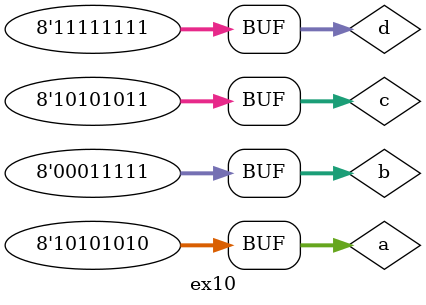
<source format=v>
module ex10;
reg [7:0]a=170,b=31,c=171,d=255;
initial begin
$monitor("%h,%h,%h,%h",a,b,c,d);
end 
endmodule

</source>
